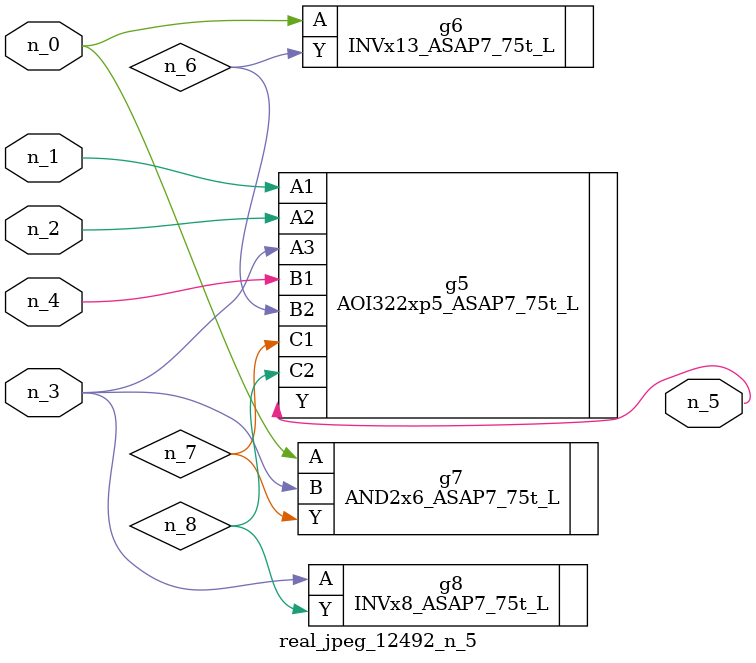
<source format=v>
module real_jpeg_12492_n_5 (n_4, n_0, n_1, n_2, n_3, n_5);

input n_4;
input n_0;
input n_1;
input n_2;
input n_3;

output n_5;

wire n_8;
wire n_6;
wire n_7;

INVx13_ASAP7_75t_L g6 ( 
.A(n_0),
.Y(n_6)
);

AND2x6_ASAP7_75t_L g7 ( 
.A(n_0),
.B(n_3),
.Y(n_7)
);

AOI322xp5_ASAP7_75t_L g5 ( 
.A1(n_1),
.A2(n_2),
.A3(n_3),
.B1(n_4),
.B2(n_6),
.C1(n_7),
.C2(n_8),
.Y(n_5)
);

INVx8_ASAP7_75t_L g8 ( 
.A(n_3),
.Y(n_8)
);


endmodule
</source>
